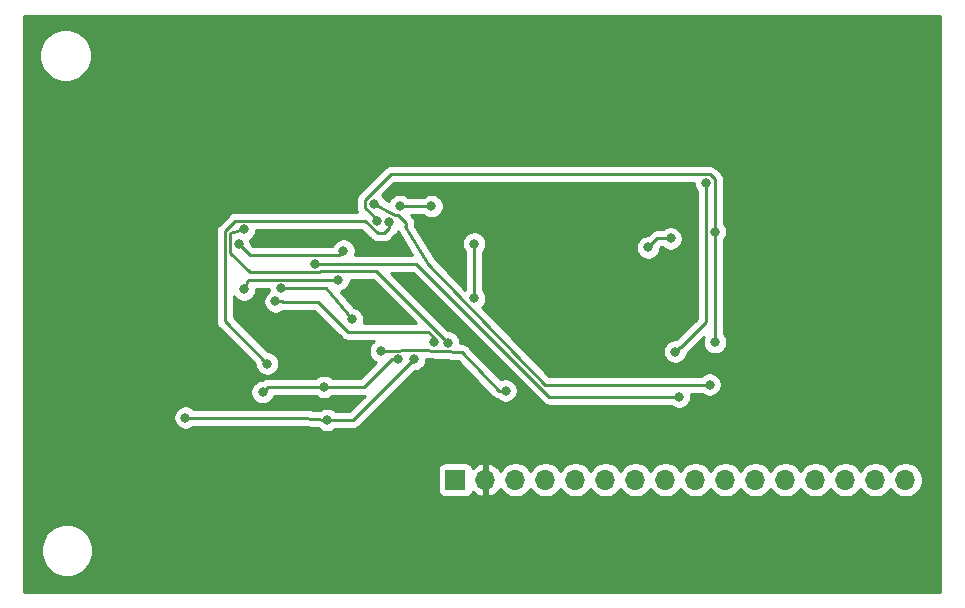
<source format=gbr>
G04 #@! TF.GenerationSoftware,KiCad,Pcbnew,(5.1.5)-3*
G04 #@! TF.CreationDate,2020-05-02T01:09:43+02:00*
G04 #@! TF.ProjectId,inkplateclone,696e6b70-6c61-4746-9563-6c6f6e652e6b,rev?*
G04 #@! TF.SameCoordinates,Original*
G04 #@! TF.FileFunction,Copper,L2,Bot*
G04 #@! TF.FilePolarity,Positive*
%FSLAX46Y46*%
G04 Gerber Fmt 4.6, Leading zero omitted, Abs format (unit mm)*
G04 Created by KiCad (PCBNEW (5.1.5)-3) date 2020-05-02 01:09:43*
%MOMM*%
%LPD*%
G04 APERTURE LIST*
%ADD10O,1.700000X1.700000*%
%ADD11R,1.700000X1.700000*%
%ADD12C,0.800000*%
%ADD13C,0.250000*%
%ADD14C,0.254000*%
G04 APERTURE END LIST*
D10*
X132334000Y-105346500D03*
X129794000Y-105346500D03*
X127254000Y-105346500D03*
X124714000Y-105346500D03*
X122174000Y-105346500D03*
X119634000Y-105346500D03*
X117094000Y-105346500D03*
X114554000Y-105346500D03*
X112014000Y-105346500D03*
X109474000Y-105346500D03*
X106934000Y-105346500D03*
X104394000Y-105346500D03*
X101854000Y-105346500D03*
X99314000Y-105346500D03*
X96774000Y-105346500D03*
D11*
X94234000Y-105346500D03*
D12*
X98679000Y-87122000D03*
X84836000Y-94678500D03*
X85725000Y-89916000D03*
X114363500Y-80835500D03*
X105092500Y-81407000D03*
X78676500Y-84709000D03*
X86106000Y-104140000D03*
X88201500Y-100965000D03*
X100393500Y-100901500D03*
X67500500Y-97282000D03*
X85661500Y-73088500D03*
X98107500Y-73342500D03*
X97663000Y-82486500D03*
X95694500Y-82105500D03*
X107315000Y-90170000D03*
X119189500Y-86804500D03*
X76136500Y-68707000D03*
X98234500Y-108204000D03*
X95631000Y-108204000D03*
X82359500Y-87060152D03*
X113157000Y-98298000D03*
X98488500Y-97790000D03*
X87911097Y-94451597D03*
X115760500Y-97282000D03*
X87312500Y-81978500D03*
X89535000Y-82169000D03*
X92202000Y-82169000D03*
X95821500Y-89979500D03*
X95821500Y-85344000D03*
X112458500Y-84899500D03*
X110553500Y-85661500D03*
X116205000Y-84328000D03*
X116205000Y-93681000D03*
X87630000Y-83439000D03*
X88632574Y-83501468D03*
X78295500Y-95504000D03*
X93599000Y-93726000D03*
X76327000Y-84137500D03*
X78994000Y-90233500D03*
X92386881Y-93675313D03*
X71374000Y-100076000D03*
X83375500Y-100266500D03*
X90747927Y-95096855D03*
X77914500Y-97917000D03*
X83121500Y-97472500D03*
X89408328Y-95134647D03*
X79502000Y-89117000D03*
X85471000Y-91757500D03*
X84328000Y-88392000D03*
X76327000Y-89217500D03*
X84752847Y-85935153D03*
X75882500Y-85407500D03*
X115443000Y-80200500D03*
X112839500Y-94488000D03*
D13*
X82359500Y-87060152D02*
X90933652Y-87060152D01*
X90933652Y-87060152D02*
X102171500Y-98298000D01*
X102171500Y-98298000D02*
X113157000Y-98298000D01*
X91122500Y-94361000D02*
X87911097Y-94451597D01*
X94805500Y-94551500D02*
X91122500Y-94361000D01*
X98488500Y-97790000D02*
X97922815Y-97790000D01*
X97922815Y-97790000D02*
X94805500Y-94551500D01*
X101791910Y-97282000D02*
X115760500Y-97282000D01*
X91884500Y-87058500D02*
X101791910Y-97282000D01*
X90074750Y-84042250D02*
X91884500Y-87058500D01*
X89979500Y-83883500D02*
X90074750Y-84042250D01*
X90074750Y-83597750D02*
X90074750Y-84042250D01*
X89408000Y-82931000D02*
X90074750Y-83597750D01*
X89090500Y-82931000D02*
X89408000Y-82931000D01*
X87312500Y-81978500D02*
X88963500Y-82804000D01*
X88963500Y-82804000D02*
X89090500Y-82931000D01*
X89535000Y-82169000D02*
X92202000Y-82169000D01*
X95821500Y-89154000D02*
X95821500Y-89979500D01*
X95821500Y-85344000D02*
X95821500Y-89154000D01*
X112458500Y-84899500D02*
X111315500Y-84899500D01*
X111315500Y-84899500D02*
X110553500Y-85661500D01*
X116205000Y-84328000D02*
X116205000Y-93681000D01*
X116205000Y-83762315D02*
X116205000Y-84328000D01*
X116205000Y-79889498D02*
X116205000Y-83762315D01*
X115791001Y-79475499D02*
X116205000Y-79889498D01*
X88742499Y-79475499D02*
X115791001Y-79475499D01*
X87558416Y-83297418D02*
X86587499Y-82326501D01*
X87630000Y-83439000D02*
X87558416Y-83297418D01*
X86587499Y-82326501D02*
X86587499Y-81630499D01*
X86587499Y-81630499D02*
X88742499Y-79475499D01*
X75590091Y-83412499D02*
X74707489Y-84295101D01*
X74707489Y-91915989D02*
X78295500Y-95504000D01*
X88632574Y-84067153D02*
X88214226Y-84485501D01*
X74707489Y-84295101D02*
X74707489Y-91915989D01*
X88632574Y-83501468D02*
X88632574Y-84067153D01*
X88214226Y-84485501D02*
X87648541Y-84485501D01*
X87648541Y-84485501D02*
X86575539Y-83412499D01*
X86575539Y-83412499D02*
X75590091Y-83412499D01*
X82825655Y-87666999D02*
X87539999Y-87666999D01*
X76799653Y-87785153D02*
X82707501Y-87785153D01*
X82707501Y-87785153D02*
X82825655Y-87666999D01*
X76327000Y-84137500D02*
X75157499Y-84481501D01*
X75157499Y-84481501D02*
X75157499Y-86142999D01*
X87539999Y-87666999D02*
X93599000Y-93726000D01*
X75157499Y-86142999D02*
X76799653Y-87785153D01*
X79559685Y-90233500D02*
X79623185Y-90297000D01*
X78994000Y-90233500D02*
X79559685Y-90233500D01*
X79623185Y-90297000D02*
X82613500Y-90297000D01*
X82613500Y-90297000D02*
X85153500Y-92837000D01*
X85153500Y-92837000D02*
X91948000Y-92837000D01*
X91948000Y-92837000D02*
X92386881Y-93275881D01*
X92386881Y-93275881D02*
X92386881Y-93675313D01*
X81230719Y-100076000D02*
X71374000Y-100076000D01*
X83375500Y-100266500D02*
X81230719Y-100076000D01*
X85578282Y-100266500D02*
X83375500Y-100266500D01*
X90747927Y-95096855D02*
X85578282Y-100266500D01*
X77914500Y-97917000D02*
X78359000Y-97472500D01*
X78359000Y-97472500D02*
X83121500Y-97472500D01*
X83687185Y-97472500D02*
X83121500Y-97472500D01*
X86504790Y-97472500D02*
X83687185Y-97472500D01*
X88842643Y-95134647D02*
X86504790Y-97472500D01*
X89408328Y-95134647D02*
X88842643Y-95134647D01*
X83275000Y-89117000D02*
X79502000Y-89117000D01*
X85471000Y-91757500D02*
X83275000Y-89117000D01*
X76708000Y-88392000D02*
X84328000Y-88392000D01*
X76327000Y-89217500D02*
X76708000Y-88392000D01*
X84352848Y-86335152D02*
X76810152Y-86335152D01*
X84752847Y-85935153D02*
X84352848Y-86335152D01*
X76810152Y-86335152D02*
X75882500Y-85407500D01*
X115443000Y-80200500D02*
X115443000Y-92011500D01*
X113366499Y-94088001D02*
X115443000Y-92011500D01*
X113239499Y-94088001D02*
X113366499Y-94088001D01*
X112839500Y-94488000D02*
X113239499Y-94088001D01*
D14*
G36*
X135293501Y-114846500D02*
G01*
X57746500Y-114846500D01*
X57746500Y-111095372D01*
X59106000Y-111095372D01*
X59106000Y-111535628D01*
X59191890Y-111967425D01*
X59360369Y-112374169D01*
X59604962Y-112740229D01*
X59916271Y-113051538D01*
X60282331Y-113296131D01*
X60689075Y-113464610D01*
X61120872Y-113550500D01*
X61561128Y-113550500D01*
X61992925Y-113464610D01*
X62399669Y-113296131D01*
X62765729Y-113051538D01*
X63077038Y-112740229D01*
X63321631Y-112374169D01*
X63490110Y-111967425D01*
X63576000Y-111535628D01*
X63576000Y-111095372D01*
X63490110Y-110663575D01*
X63321631Y-110256831D01*
X63077038Y-109890771D01*
X62765729Y-109579462D01*
X62399669Y-109334869D01*
X61992925Y-109166390D01*
X61561128Y-109080500D01*
X61120872Y-109080500D01*
X60689075Y-109166390D01*
X60282331Y-109334869D01*
X59916271Y-109579462D01*
X59604962Y-109890771D01*
X59360369Y-110256831D01*
X59191890Y-110663575D01*
X59106000Y-111095372D01*
X57746500Y-111095372D01*
X57746500Y-104496500D01*
X92745928Y-104496500D01*
X92745928Y-106196500D01*
X92758188Y-106320982D01*
X92794498Y-106440680D01*
X92853463Y-106550994D01*
X92932815Y-106647685D01*
X93029506Y-106727037D01*
X93139820Y-106786002D01*
X93259518Y-106822312D01*
X93384000Y-106834572D01*
X95084000Y-106834572D01*
X95208482Y-106822312D01*
X95328180Y-106786002D01*
X95438494Y-106727037D01*
X95535185Y-106647685D01*
X95614537Y-106550994D01*
X95673502Y-106440680D01*
X95697966Y-106360034D01*
X95773731Y-106444088D01*
X96007080Y-106618141D01*
X96269901Y-106743325D01*
X96417110Y-106787976D01*
X96647000Y-106666655D01*
X96647000Y-105473500D01*
X96627000Y-105473500D01*
X96627000Y-105219500D01*
X96647000Y-105219500D01*
X96647000Y-104026345D01*
X96901000Y-104026345D01*
X96901000Y-105219500D01*
X96921000Y-105219500D01*
X96921000Y-105473500D01*
X96901000Y-105473500D01*
X96901000Y-106666655D01*
X97130890Y-106787976D01*
X97278099Y-106743325D01*
X97540920Y-106618141D01*
X97774269Y-106444088D01*
X97969178Y-106227855D01*
X98038805Y-106110966D01*
X98160525Y-106293132D01*
X98367368Y-106499975D01*
X98610589Y-106662490D01*
X98880842Y-106774432D01*
X99167740Y-106831500D01*
X99460260Y-106831500D01*
X99747158Y-106774432D01*
X100017411Y-106662490D01*
X100260632Y-106499975D01*
X100467475Y-106293132D01*
X100584000Y-106118740D01*
X100700525Y-106293132D01*
X100907368Y-106499975D01*
X101150589Y-106662490D01*
X101420842Y-106774432D01*
X101707740Y-106831500D01*
X102000260Y-106831500D01*
X102287158Y-106774432D01*
X102557411Y-106662490D01*
X102800632Y-106499975D01*
X103007475Y-106293132D01*
X103124000Y-106118740D01*
X103240525Y-106293132D01*
X103447368Y-106499975D01*
X103690589Y-106662490D01*
X103960842Y-106774432D01*
X104247740Y-106831500D01*
X104540260Y-106831500D01*
X104827158Y-106774432D01*
X105097411Y-106662490D01*
X105340632Y-106499975D01*
X105547475Y-106293132D01*
X105664000Y-106118740D01*
X105780525Y-106293132D01*
X105987368Y-106499975D01*
X106230589Y-106662490D01*
X106500842Y-106774432D01*
X106787740Y-106831500D01*
X107080260Y-106831500D01*
X107367158Y-106774432D01*
X107637411Y-106662490D01*
X107880632Y-106499975D01*
X108087475Y-106293132D01*
X108204000Y-106118740D01*
X108320525Y-106293132D01*
X108527368Y-106499975D01*
X108770589Y-106662490D01*
X109040842Y-106774432D01*
X109327740Y-106831500D01*
X109620260Y-106831500D01*
X109907158Y-106774432D01*
X110177411Y-106662490D01*
X110420632Y-106499975D01*
X110627475Y-106293132D01*
X110744000Y-106118740D01*
X110860525Y-106293132D01*
X111067368Y-106499975D01*
X111310589Y-106662490D01*
X111580842Y-106774432D01*
X111867740Y-106831500D01*
X112160260Y-106831500D01*
X112447158Y-106774432D01*
X112717411Y-106662490D01*
X112960632Y-106499975D01*
X113167475Y-106293132D01*
X113284000Y-106118740D01*
X113400525Y-106293132D01*
X113607368Y-106499975D01*
X113850589Y-106662490D01*
X114120842Y-106774432D01*
X114407740Y-106831500D01*
X114700260Y-106831500D01*
X114987158Y-106774432D01*
X115257411Y-106662490D01*
X115500632Y-106499975D01*
X115707475Y-106293132D01*
X115824000Y-106118740D01*
X115940525Y-106293132D01*
X116147368Y-106499975D01*
X116390589Y-106662490D01*
X116660842Y-106774432D01*
X116947740Y-106831500D01*
X117240260Y-106831500D01*
X117527158Y-106774432D01*
X117797411Y-106662490D01*
X118040632Y-106499975D01*
X118247475Y-106293132D01*
X118364000Y-106118740D01*
X118480525Y-106293132D01*
X118687368Y-106499975D01*
X118930589Y-106662490D01*
X119200842Y-106774432D01*
X119487740Y-106831500D01*
X119780260Y-106831500D01*
X120067158Y-106774432D01*
X120337411Y-106662490D01*
X120580632Y-106499975D01*
X120787475Y-106293132D01*
X120904000Y-106118740D01*
X121020525Y-106293132D01*
X121227368Y-106499975D01*
X121470589Y-106662490D01*
X121740842Y-106774432D01*
X122027740Y-106831500D01*
X122320260Y-106831500D01*
X122607158Y-106774432D01*
X122877411Y-106662490D01*
X123120632Y-106499975D01*
X123327475Y-106293132D01*
X123444000Y-106118740D01*
X123560525Y-106293132D01*
X123767368Y-106499975D01*
X124010589Y-106662490D01*
X124280842Y-106774432D01*
X124567740Y-106831500D01*
X124860260Y-106831500D01*
X125147158Y-106774432D01*
X125417411Y-106662490D01*
X125660632Y-106499975D01*
X125867475Y-106293132D01*
X125984000Y-106118740D01*
X126100525Y-106293132D01*
X126307368Y-106499975D01*
X126550589Y-106662490D01*
X126820842Y-106774432D01*
X127107740Y-106831500D01*
X127400260Y-106831500D01*
X127687158Y-106774432D01*
X127957411Y-106662490D01*
X128200632Y-106499975D01*
X128407475Y-106293132D01*
X128524000Y-106118740D01*
X128640525Y-106293132D01*
X128847368Y-106499975D01*
X129090589Y-106662490D01*
X129360842Y-106774432D01*
X129647740Y-106831500D01*
X129940260Y-106831500D01*
X130227158Y-106774432D01*
X130497411Y-106662490D01*
X130740632Y-106499975D01*
X130947475Y-106293132D01*
X131064000Y-106118740D01*
X131180525Y-106293132D01*
X131387368Y-106499975D01*
X131630589Y-106662490D01*
X131900842Y-106774432D01*
X132187740Y-106831500D01*
X132480260Y-106831500D01*
X132767158Y-106774432D01*
X133037411Y-106662490D01*
X133280632Y-106499975D01*
X133487475Y-106293132D01*
X133649990Y-106049911D01*
X133761932Y-105779658D01*
X133819000Y-105492760D01*
X133819000Y-105200240D01*
X133761932Y-104913342D01*
X133649990Y-104643089D01*
X133487475Y-104399868D01*
X133280632Y-104193025D01*
X133037411Y-104030510D01*
X132767158Y-103918568D01*
X132480260Y-103861500D01*
X132187740Y-103861500D01*
X131900842Y-103918568D01*
X131630589Y-104030510D01*
X131387368Y-104193025D01*
X131180525Y-104399868D01*
X131064000Y-104574260D01*
X130947475Y-104399868D01*
X130740632Y-104193025D01*
X130497411Y-104030510D01*
X130227158Y-103918568D01*
X129940260Y-103861500D01*
X129647740Y-103861500D01*
X129360842Y-103918568D01*
X129090589Y-104030510D01*
X128847368Y-104193025D01*
X128640525Y-104399868D01*
X128524000Y-104574260D01*
X128407475Y-104399868D01*
X128200632Y-104193025D01*
X127957411Y-104030510D01*
X127687158Y-103918568D01*
X127400260Y-103861500D01*
X127107740Y-103861500D01*
X126820842Y-103918568D01*
X126550589Y-104030510D01*
X126307368Y-104193025D01*
X126100525Y-104399868D01*
X125984000Y-104574260D01*
X125867475Y-104399868D01*
X125660632Y-104193025D01*
X125417411Y-104030510D01*
X125147158Y-103918568D01*
X124860260Y-103861500D01*
X124567740Y-103861500D01*
X124280842Y-103918568D01*
X124010589Y-104030510D01*
X123767368Y-104193025D01*
X123560525Y-104399868D01*
X123444000Y-104574260D01*
X123327475Y-104399868D01*
X123120632Y-104193025D01*
X122877411Y-104030510D01*
X122607158Y-103918568D01*
X122320260Y-103861500D01*
X122027740Y-103861500D01*
X121740842Y-103918568D01*
X121470589Y-104030510D01*
X121227368Y-104193025D01*
X121020525Y-104399868D01*
X120904000Y-104574260D01*
X120787475Y-104399868D01*
X120580632Y-104193025D01*
X120337411Y-104030510D01*
X120067158Y-103918568D01*
X119780260Y-103861500D01*
X119487740Y-103861500D01*
X119200842Y-103918568D01*
X118930589Y-104030510D01*
X118687368Y-104193025D01*
X118480525Y-104399868D01*
X118364000Y-104574260D01*
X118247475Y-104399868D01*
X118040632Y-104193025D01*
X117797411Y-104030510D01*
X117527158Y-103918568D01*
X117240260Y-103861500D01*
X116947740Y-103861500D01*
X116660842Y-103918568D01*
X116390589Y-104030510D01*
X116147368Y-104193025D01*
X115940525Y-104399868D01*
X115824000Y-104574260D01*
X115707475Y-104399868D01*
X115500632Y-104193025D01*
X115257411Y-104030510D01*
X114987158Y-103918568D01*
X114700260Y-103861500D01*
X114407740Y-103861500D01*
X114120842Y-103918568D01*
X113850589Y-104030510D01*
X113607368Y-104193025D01*
X113400525Y-104399868D01*
X113284000Y-104574260D01*
X113167475Y-104399868D01*
X112960632Y-104193025D01*
X112717411Y-104030510D01*
X112447158Y-103918568D01*
X112160260Y-103861500D01*
X111867740Y-103861500D01*
X111580842Y-103918568D01*
X111310589Y-104030510D01*
X111067368Y-104193025D01*
X110860525Y-104399868D01*
X110744000Y-104574260D01*
X110627475Y-104399868D01*
X110420632Y-104193025D01*
X110177411Y-104030510D01*
X109907158Y-103918568D01*
X109620260Y-103861500D01*
X109327740Y-103861500D01*
X109040842Y-103918568D01*
X108770589Y-104030510D01*
X108527368Y-104193025D01*
X108320525Y-104399868D01*
X108204000Y-104574260D01*
X108087475Y-104399868D01*
X107880632Y-104193025D01*
X107637411Y-104030510D01*
X107367158Y-103918568D01*
X107080260Y-103861500D01*
X106787740Y-103861500D01*
X106500842Y-103918568D01*
X106230589Y-104030510D01*
X105987368Y-104193025D01*
X105780525Y-104399868D01*
X105664000Y-104574260D01*
X105547475Y-104399868D01*
X105340632Y-104193025D01*
X105097411Y-104030510D01*
X104827158Y-103918568D01*
X104540260Y-103861500D01*
X104247740Y-103861500D01*
X103960842Y-103918568D01*
X103690589Y-104030510D01*
X103447368Y-104193025D01*
X103240525Y-104399868D01*
X103124000Y-104574260D01*
X103007475Y-104399868D01*
X102800632Y-104193025D01*
X102557411Y-104030510D01*
X102287158Y-103918568D01*
X102000260Y-103861500D01*
X101707740Y-103861500D01*
X101420842Y-103918568D01*
X101150589Y-104030510D01*
X100907368Y-104193025D01*
X100700525Y-104399868D01*
X100584000Y-104574260D01*
X100467475Y-104399868D01*
X100260632Y-104193025D01*
X100017411Y-104030510D01*
X99747158Y-103918568D01*
X99460260Y-103861500D01*
X99167740Y-103861500D01*
X98880842Y-103918568D01*
X98610589Y-104030510D01*
X98367368Y-104193025D01*
X98160525Y-104399868D01*
X98038805Y-104582034D01*
X97969178Y-104465145D01*
X97774269Y-104248912D01*
X97540920Y-104074859D01*
X97278099Y-103949675D01*
X97130890Y-103905024D01*
X96901000Y-104026345D01*
X96647000Y-104026345D01*
X96417110Y-103905024D01*
X96269901Y-103949675D01*
X96007080Y-104074859D01*
X95773731Y-104248912D01*
X95697966Y-104332966D01*
X95673502Y-104252320D01*
X95614537Y-104142006D01*
X95535185Y-104045315D01*
X95438494Y-103965963D01*
X95328180Y-103906998D01*
X95208482Y-103870688D01*
X95084000Y-103858428D01*
X93384000Y-103858428D01*
X93259518Y-103870688D01*
X93139820Y-103906998D01*
X93029506Y-103965963D01*
X92932815Y-104045315D01*
X92853463Y-104142006D01*
X92794498Y-104252320D01*
X92758188Y-104372018D01*
X92745928Y-104496500D01*
X57746500Y-104496500D01*
X57746500Y-99974061D01*
X70339000Y-99974061D01*
X70339000Y-100177939D01*
X70378774Y-100377898D01*
X70456795Y-100566256D01*
X70570063Y-100735774D01*
X70714226Y-100879937D01*
X70883744Y-100993205D01*
X71072102Y-101071226D01*
X71272061Y-101111000D01*
X71475939Y-101111000D01*
X71675898Y-101071226D01*
X71864256Y-100993205D01*
X72033774Y-100879937D01*
X72077711Y-100836000D01*
X81197044Y-100836000D01*
X82606475Y-100961186D01*
X82715726Y-101070437D01*
X82885244Y-101183705D01*
X83073602Y-101261726D01*
X83273561Y-101301500D01*
X83477439Y-101301500D01*
X83677398Y-101261726D01*
X83865756Y-101183705D01*
X84035274Y-101070437D01*
X84079211Y-101026500D01*
X85540960Y-101026500D01*
X85578282Y-101030176D01*
X85615604Y-101026500D01*
X85615615Y-101026500D01*
X85727268Y-101015503D01*
X85870529Y-100972046D01*
X86002558Y-100901474D01*
X86118283Y-100806501D01*
X86142086Y-100777497D01*
X90787729Y-96131855D01*
X90849866Y-96131855D01*
X91049825Y-96092081D01*
X91238183Y-96014060D01*
X91407701Y-95900792D01*
X91551864Y-95756629D01*
X91665132Y-95587111D01*
X91743153Y-95398753D01*
X91782927Y-95198794D01*
X91782927Y-95156175D01*
X94466265Y-95294969D01*
X97354411Y-98295391D01*
X97382814Y-98330001D01*
X97435082Y-98372896D01*
X97486511Y-98416770D01*
X97492889Y-98420337D01*
X97498539Y-98424974D01*
X97558178Y-98456852D01*
X97617171Y-98489846D01*
X97624120Y-98492099D01*
X97630568Y-98495546D01*
X97695296Y-98515181D01*
X97759577Y-98536026D01*
X97766832Y-98536881D01*
X97773776Y-98538987D01*
X97828726Y-98593937D01*
X97998244Y-98707205D01*
X98186602Y-98785226D01*
X98386561Y-98825000D01*
X98590439Y-98825000D01*
X98790398Y-98785226D01*
X98978756Y-98707205D01*
X99148274Y-98593937D01*
X99292437Y-98449774D01*
X99405705Y-98280256D01*
X99483726Y-98091898D01*
X99523500Y-97891939D01*
X99523500Y-97688061D01*
X99483726Y-97488102D01*
X99405705Y-97299744D01*
X99292437Y-97130226D01*
X99148274Y-96986063D01*
X98978756Y-96872795D01*
X98790398Y-96794774D01*
X98590439Y-96755000D01*
X98386561Y-96755000D01*
X98186602Y-96794774D01*
X98067287Y-96844196D01*
X95387560Y-94060296D01*
X95372673Y-94040114D01*
X95335769Y-94006491D01*
X95327157Y-93997545D01*
X95308175Y-93981352D01*
X95262008Y-93939290D01*
X95251309Y-93932839D01*
X95241803Y-93924730D01*
X95187300Y-93894247D01*
X95133801Y-93861992D01*
X95122045Y-93857751D01*
X95111143Y-93851654D01*
X95051739Y-93832390D01*
X94992976Y-93811193D01*
X94980620Y-93809328D01*
X94968737Y-93805474D01*
X94906709Y-93798169D01*
X94882040Y-93794444D01*
X94869640Y-93793803D01*
X94820058Y-93787963D01*
X94795058Y-93789945D01*
X94634000Y-93781614D01*
X94634000Y-93624061D01*
X94594226Y-93424102D01*
X94516205Y-93235744D01*
X94402937Y-93066226D01*
X94258774Y-92922063D01*
X94089256Y-92808795D01*
X93900898Y-92730774D01*
X93700939Y-92691000D01*
X93638803Y-92691000D01*
X88767953Y-87820152D01*
X90618851Y-87820152D01*
X101607701Y-98809003D01*
X101631499Y-98838001D01*
X101660497Y-98861799D01*
X101747223Y-98932974D01*
X101879253Y-99003546D01*
X102022514Y-99047003D01*
X102134167Y-99058000D01*
X102134176Y-99058000D01*
X102171499Y-99061676D01*
X102208822Y-99058000D01*
X112453289Y-99058000D01*
X112497226Y-99101937D01*
X112666744Y-99215205D01*
X112855102Y-99293226D01*
X113055061Y-99333000D01*
X113258939Y-99333000D01*
X113458898Y-99293226D01*
X113647256Y-99215205D01*
X113816774Y-99101937D01*
X113960937Y-98957774D01*
X114074205Y-98788256D01*
X114152226Y-98599898D01*
X114192000Y-98399939D01*
X114192000Y-98196061D01*
X114161356Y-98042000D01*
X115056789Y-98042000D01*
X115100726Y-98085937D01*
X115270244Y-98199205D01*
X115458602Y-98277226D01*
X115658561Y-98317000D01*
X115862439Y-98317000D01*
X116062398Y-98277226D01*
X116250756Y-98199205D01*
X116420274Y-98085937D01*
X116564437Y-97941774D01*
X116677705Y-97772256D01*
X116755726Y-97583898D01*
X116795500Y-97383939D01*
X116795500Y-97180061D01*
X116755726Y-96980102D01*
X116677705Y-96791744D01*
X116564437Y-96622226D01*
X116420274Y-96478063D01*
X116250756Y-96364795D01*
X116062398Y-96286774D01*
X115862439Y-96247000D01*
X115658561Y-96247000D01*
X115458602Y-96286774D01*
X115270244Y-96364795D01*
X115100726Y-96478063D01*
X115056789Y-96522000D01*
X102113724Y-96522000D01*
X96517490Y-90747221D01*
X96625437Y-90639274D01*
X96738705Y-90469756D01*
X96816726Y-90281398D01*
X96856500Y-90081439D01*
X96856500Y-89877561D01*
X96816726Y-89677602D01*
X96738705Y-89489244D01*
X96625437Y-89319726D01*
X96581500Y-89275789D01*
X96581500Y-86047711D01*
X96625437Y-86003774D01*
X96738705Y-85834256D01*
X96816726Y-85645898D01*
X96833899Y-85559561D01*
X109518500Y-85559561D01*
X109518500Y-85763439D01*
X109558274Y-85963398D01*
X109636295Y-86151756D01*
X109749563Y-86321274D01*
X109893726Y-86465437D01*
X110063244Y-86578705D01*
X110251602Y-86656726D01*
X110451561Y-86696500D01*
X110655439Y-86696500D01*
X110855398Y-86656726D01*
X111043756Y-86578705D01*
X111213274Y-86465437D01*
X111357437Y-86321274D01*
X111470705Y-86151756D01*
X111548726Y-85963398D01*
X111588500Y-85763439D01*
X111588500Y-85701302D01*
X111630302Y-85659500D01*
X111754789Y-85659500D01*
X111798726Y-85703437D01*
X111968244Y-85816705D01*
X112156602Y-85894726D01*
X112356561Y-85934500D01*
X112560439Y-85934500D01*
X112760398Y-85894726D01*
X112948756Y-85816705D01*
X113118274Y-85703437D01*
X113262437Y-85559274D01*
X113375705Y-85389756D01*
X113453726Y-85201398D01*
X113493500Y-85001439D01*
X113493500Y-84797561D01*
X113453726Y-84597602D01*
X113375705Y-84409244D01*
X113262437Y-84239726D01*
X113118274Y-84095563D01*
X112948756Y-83982295D01*
X112760398Y-83904274D01*
X112560439Y-83864500D01*
X112356561Y-83864500D01*
X112156602Y-83904274D01*
X111968244Y-83982295D01*
X111798726Y-84095563D01*
X111754789Y-84139500D01*
X111352825Y-84139500D01*
X111315500Y-84135824D01*
X111278175Y-84139500D01*
X111278167Y-84139500D01*
X111166514Y-84150497D01*
X111023253Y-84193954D01*
X110891224Y-84264526D01*
X110775499Y-84359499D01*
X110751701Y-84388498D01*
X110513698Y-84626500D01*
X110451561Y-84626500D01*
X110251602Y-84666274D01*
X110063244Y-84744295D01*
X109893726Y-84857563D01*
X109749563Y-85001726D01*
X109636295Y-85171244D01*
X109558274Y-85359602D01*
X109518500Y-85559561D01*
X96833899Y-85559561D01*
X96856500Y-85445939D01*
X96856500Y-85242061D01*
X96816726Y-85042102D01*
X96738705Y-84853744D01*
X96625437Y-84684226D01*
X96481274Y-84540063D01*
X96311756Y-84426795D01*
X96123398Y-84348774D01*
X95923439Y-84309000D01*
X95719561Y-84309000D01*
X95519602Y-84348774D01*
X95331244Y-84426795D01*
X95161726Y-84540063D01*
X95017563Y-84684226D01*
X94904295Y-84853744D01*
X94826274Y-85042102D01*
X94786500Y-85242061D01*
X94786500Y-85445939D01*
X94826274Y-85645898D01*
X94904295Y-85834256D01*
X95017563Y-86003774D01*
X95061500Y-86047711D01*
X95061501Y-89116658D01*
X95061500Y-89116668D01*
X95061500Y-89244779D01*
X92491172Y-86592446D01*
X90834750Y-83831744D01*
X90834750Y-83635073D01*
X90838426Y-83597750D01*
X90834750Y-83560427D01*
X90834750Y-83560417D01*
X90823753Y-83448764D01*
X90780296Y-83305503D01*
X90742078Y-83234003D01*
X90709724Y-83173473D01*
X90638549Y-83086747D01*
X90614751Y-83057749D01*
X90585754Y-83033952D01*
X90480802Y-82929000D01*
X91498289Y-82929000D01*
X91542226Y-82972937D01*
X91711744Y-83086205D01*
X91900102Y-83164226D01*
X92100061Y-83204000D01*
X92303939Y-83204000D01*
X92503898Y-83164226D01*
X92692256Y-83086205D01*
X92861774Y-82972937D01*
X93005937Y-82828774D01*
X93119205Y-82659256D01*
X93197226Y-82470898D01*
X93237000Y-82270939D01*
X93237000Y-82067061D01*
X93197226Y-81867102D01*
X93119205Y-81678744D01*
X93005937Y-81509226D01*
X92861774Y-81365063D01*
X92692256Y-81251795D01*
X92503898Y-81173774D01*
X92303939Y-81134000D01*
X92100061Y-81134000D01*
X91900102Y-81173774D01*
X91711744Y-81251795D01*
X91542226Y-81365063D01*
X91498289Y-81409000D01*
X90238711Y-81409000D01*
X90194774Y-81365063D01*
X90025256Y-81251795D01*
X89836898Y-81173774D01*
X89636939Y-81134000D01*
X89433061Y-81134000D01*
X89233102Y-81173774D01*
X89044744Y-81251795D01*
X88875226Y-81365063D01*
X88731063Y-81509226D01*
X88617795Y-81678744D01*
X88582554Y-81763822D01*
X88281504Y-81613297D01*
X88229705Y-81488244D01*
X88116437Y-81318726D01*
X88045255Y-81247544D01*
X89057301Y-80235499D01*
X114408000Y-80235499D01*
X114408000Y-80302439D01*
X114447774Y-80502398D01*
X114525795Y-80690756D01*
X114639063Y-80860274D01*
X114683000Y-80904211D01*
X114683001Y-91696697D01*
X113019012Y-93360687D01*
X112947252Y-93382455D01*
X112815274Y-93453000D01*
X112737561Y-93453000D01*
X112537602Y-93492774D01*
X112349244Y-93570795D01*
X112179726Y-93684063D01*
X112035563Y-93828226D01*
X111922295Y-93997744D01*
X111844274Y-94186102D01*
X111804500Y-94386061D01*
X111804500Y-94589939D01*
X111844274Y-94789898D01*
X111922295Y-94978256D01*
X112035563Y-95147774D01*
X112179726Y-95291937D01*
X112349244Y-95405205D01*
X112537602Y-95483226D01*
X112737561Y-95523000D01*
X112941439Y-95523000D01*
X113141398Y-95483226D01*
X113329756Y-95405205D01*
X113499274Y-95291937D01*
X113643437Y-95147774D01*
X113756705Y-94978256D01*
X113834726Y-94789898D01*
X113859209Y-94666813D01*
X113906500Y-94628002D01*
X113930303Y-94598998D01*
X115251900Y-93277402D01*
X115209774Y-93379102D01*
X115170000Y-93579061D01*
X115170000Y-93782939D01*
X115209774Y-93982898D01*
X115287795Y-94171256D01*
X115401063Y-94340774D01*
X115545226Y-94484937D01*
X115714744Y-94598205D01*
X115903102Y-94676226D01*
X116103061Y-94716000D01*
X116306939Y-94716000D01*
X116506898Y-94676226D01*
X116695256Y-94598205D01*
X116864774Y-94484937D01*
X117008937Y-94340774D01*
X117122205Y-94171256D01*
X117200226Y-93982898D01*
X117240000Y-93782939D01*
X117240000Y-93579061D01*
X117200226Y-93379102D01*
X117122205Y-93190744D01*
X117008937Y-93021226D01*
X116965000Y-92977289D01*
X116965000Y-85031711D01*
X117008937Y-84987774D01*
X117122205Y-84818256D01*
X117200226Y-84629898D01*
X117240000Y-84429939D01*
X117240000Y-84226061D01*
X117200226Y-84026102D01*
X117122205Y-83837744D01*
X117008937Y-83668226D01*
X116965000Y-83624289D01*
X116965000Y-79926820D01*
X116968676Y-79889497D01*
X116965000Y-79852175D01*
X116965000Y-79852165D01*
X116954003Y-79740512D01*
X116910546Y-79597251D01*
X116839974Y-79465222D01*
X116745001Y-79349497D01*
X116715998Y-79325695D01*
X116354805Y-78964502D01*
X116331002Y-78935498D01*
X116215277Y-78840525D01*
X116083248Y-78769953D01*
X115939987Y-78726496D01*
X115828334Y-78715499D01*
X115828323Y-78715499D01*
X115791001Y-78711823D01*
X115753679Y-78715499D01*
X88779821Y-78715499D01*
X88742498Y-78711823D01*
X88705175Y-78715499D01*
X88705166Y-78715499D01*
X88593513Y-78726496D01*
X88450252Y-78769953D01*
X88318223Y-78840525D01*
X88202498Y-78935498D01*
X88178700Y-78964496D01*
X86076497Y-81066700D01*
X86047499Y-81090498D01*
X86023701Y-81119496D01*
X86023700Y-81119497D01*
X85952525Y-81206223D01*
X85881953Y-81338253D01*
X85873821Y-81365063D01*
X85838496Y-81481513D01*
X85827499Y-81593166D01*
X85827499Y-81593177D01*
X85823823Y-81630499D01*
X85827499Y-81667821D01*
X85827499Y-82289179D01*
X85823823Y-82326501D01*
X85827499Y-82363823D01*
X85827499Y-82363833D01*
X85838496Y-82475486D01*
X85871493Y-82584263D01*
X85881953Y-82618747D01*
X85899994Y-82652499D01*
X75627416Y-82652499D01*
X75590091Y-82648823D01*
X75552766Y-82652499D01*
X75552758Y-82652499D01*
X75441105Y-82663496D01*
X75297844Y-82706953D01*
X75165815Y-82777525D01*
X75050090Y-82872498D01*
X75026292Y-82901496D01*
X74196491Y-83731298D01*
X74167488Y-83755100D01*
X74126552Y-83804981D01*
X74072515Y-83870825D01*
X74017100Y-83974498D01*
X74001943Y-84002855D01*
X73958486Y-84146116D01*
X73947489Y-84257769D01*
X73947489Y-84257779D01*
X73943813Y-84295101D01*
X73947489Y-84332423D01*
X73947490Y-91878657D01*
X73943813Y-91915989D01*
X73958487Y-92064974D01*
X74001943Y-92208235D01*
X74072515Y-92340265D01*
X74143690Y-92426991D01*
X74167489Y-92455990D01*
X74196487Y-92479788D01*
X77260500Y-95543802D01*
X77260500Y-95605939D01*
X77300274Y-95805898D01*
X77378295Y-95994256D01*
X77491563Y-96163774D01*
X77635726Y-96307937D01*
X77805244Y-96421205D01*
X77993602Y-96499226D01*
X78193561Y-96539000D01*
X78397439Y-96539000D01*
X78597398Y-96499226D01*
X78785756Y-96421205D01*
X78955274Y-96307937D01*
X79099437Y-96163774D01*
X79212705Y-95994256D01*
X79290726Y-95805898D01*
X79330500Y-95605939D01*
X79330500Y-95402061D01*
X79290726Y-95202102D01*
X79212705Y-95013744D01*
X79099437Y-94844226D01*
X78955274Y-94700063D01*
X78785756Y-94586795D01*
X78597398Y-94508774D01*
X78397439Y-94469000D01*
X78335302Y-94469000D01*
X75467489Y-91601188D01*
X75467489Y-89794101D01*
X75523063Y-89877274D01*
X75667226Y-90021437D01*
X75836744Y-90134705D01*
X76025102Y-90212726D01*
X76225061Y-90252500D01*
X76428939Y-90252500D01*
X76628898Y-90212726D01*
X76817256Y-90134705D01*
X76986774Y-90021437D01*
X77130937Y-89877274D01*
X77244205Y-89707756D01*
X77322226Y-89519398D01*
X77362000Y-89319439D01*
X77362000Y-89152000D01*
X78467000Y-89152000D01*
X78467000Y-89218939D01*
X78488404Y-89326545D01*
X78334226Y-89429563D01*
X78190063Y-89573726D01*
X78076795Y-89743244D01*
X77998774Y-89931602D01*
X77959000Y-90131561D01*
X77959000Y-90335439D01*
X77998774Y-90535398D01*
X78076795Y-90723756D01*
X78190063Y-90893274D01*
X78334226Y-91037437D01*
X78503744Y-91150705D01*
X78692102Y-91228726D01*
X78892061Y-91268500D01*
X79095939Y-91268500D01*
X79295898Y-91228726D01*
X79484256Y-91150705D01*
X79619531Y-91060317D01*
X79623185Y-91060677D01*
X79660518Y-91057000D01*
X82298699Y-91057000D01*
X84589705Y-93348008D01*
X84613499Y-93377001D01*
X84642492Y-93400795D01*
X84642496Y-93400799D01*
X84706104Y-93453000D01*
X84729224Y-93471974D01*
X84861253Y-93542546D01*
X85004514Y-93586003D01*
X85116167Y-93597000D01*
X85116176Y-93597000D01*
X85153499Y-93600676D01*
X85190822Y-93597000D01*
X87327141Y-93597000D01*
X87251323Y-93647660D01*
X87107160Y-93791823D01*
X86993892Y-93961341D01*
X86915871Y-94149699D01*
X86876097Y-94349658D01*
X86876097Y-94553536D01*
X86915871Y-94753495D01*
X86993892Y-94941853D01*
X87107160Y-95111371D01*
X87251323Y-95255534D01*
X87420841Y-95368802D01*
X87500634Y-95401854D01*
X86189989Y-96712500D01*
X83825211Y-96712500D01*
X83781274Y-96668563D01*
X83611756Y-96555295D01*
X83423398Y-96477274D01*
X83223439Y-96437500D01*
X83019561Y-96437500D01*
X82819602Y-96477274D01*
X82631244Y-96555295D01*
X82461726Y-96668563D01*
X82417789Y-96712500D01*
X78396323Y-96712500D01*
X78359000Y-96708824D01*
X78321677Y-96712500D01*
X78321667Y-96712500D01*
X78210014Y-96723497D01*
X78066753Y-96766954D01*
X77934723Y-96837526D01*
X77897902Y-96867745D01*
X77880532Y-96882000D01*
X77812561Y-96882000D01*
X77612602Y-96921774D01*
X77424244Y-96999795D01*
X77254726Y-97113063D01*
X77110563Y-97257226D01*
X76997295Y-97426744D01*
X76919274Y-97615102D01*
X76879500Y-97815061D01*
X76879500Y-98018939D01*
X76919274Y-98218898D01*
X76997295Y-98407256D01*
X77110563Y-98576774D01*
X77254726Y-98720937D01*
X77424244Y-98834205D01*
X77612602Y-98912226D01*
X77812561Y-98952000D01*
X78016439Y-98952000D01*
X78216398Y-98912226D01*
X78404756Y-98834205D01*
X78574274Y-98720937D01*
X78718437Y-98576774D01*
X78831705Y-98407256D01*
X78904092Y-98232500D01*
X82417789Y-98232500D01*
X82461726Y-98276437D01*
X82631244Y-98389705D01*
X82819602Y-98467726D01*
X83019561Y-98507500D01*
X83223439Y-98507500D01*
X83423398Y-98467726D01*
X83611756Y-98389705D01*
X83781274Y-98276437D01*
X83825211Y-98232500D01*
X86467468Y-98232500D01*
X86504790Y-98236176D01*
X86536975Y-98233006D01*
X85263481Y-99506500D01*
X84079211Y-99506500D01*
X84035274Y-99462563D01*
X83865756Y-99349295D01*
X83677398Y-99271274D01*
X83477439Y-99231500D01*
X83273561Y-99231500D01*
X83073602Y-99271274D01*
X82885244Y-99349295D01*
X82739049Y-99446979D01*
X81301622Y-99319306D01*
X81268052Y-99316000D01*
X81264396Y-99316000D01*
X81260771Y-99315678D01*
X81227198Y-99316000D01*
X72077711Y-99316000D01*
X72033774Y-99272063D01*
X71864256Y-99158795D01*
X71675898Y-99080774D01*
X71475939Y-99041000D01*
X71272061Y-99041000D01*
X71072102Y-99080774D01*
X70883744Y-99158795D01*
X70714226Y-99272063D01*
X70570063Y-99416226D01*
X70456795Y-99585744D01*
X70378774Y-99774102D01*
X70339000Y-99974061D01*
X57746500Y-99974061D01*
X57746500Y-69185372D01*
X58979000Y-69185372D01*
X58979000Y-69625628D01*
X59064890Y-70057425D01*
X59233369Y-70464169D01*
X59477962Y-70830229D01*
X59789271Y-71141538D01*
X60155331Y-71386131D01*
X60562075Y-71554610D01*
X60993872Y-71640500D01*
X61434128Y-71640500D01*
X61865925Y-71554610D01*
X62272669Y-71386131D01*
X62638729Y-71141538D01*
X62950038Y-70830229D01*
X63194631Y-70464169D01*
X63363110Y-70057425D01*
X63449000Y-69625628D01*
X63449000Y-69185372D01*
X63363110Y-68753575D01*
X63194631Y-68346831D01*
X62950038Y-67980771D01*
X62638729Y-67669462D01*
X62272669Y-67424869D01*
X61865925Y-67256390D01*
X61434128Y-67170500D01*
X60993872Y-67170500D01*
X60562075Y-67256390D01*
X60155331Y-67424869D01*
X59789271Y-67669462D01*
X59477962Y-67980771D01*
X59233369Y-68346831D01*
X59064890Y-68753575D01*
X58979000Y-69185372D01*
X57746500Y-69185372D01*
X57746500Y-66065000D01*
X135293500Y-66065000D01*
X135293501Y-114846500D01*
G37*
X135293501Y-114846500D02*
X57746500Y-114846500D01*
X57746500Y-111095372D01*
X59106000Y-111095372D01*
X59106000Y-111535628D01*
X59191890Y-111967425D01*
X59360369Y-112374169D01*
X59604962Y-112740229D01*
X59916271Y-113051538D01*
X60282331Y-113296131D01*
X60689075Y-113464610D01*
X61120872Y-113550500D01*
X61561128Y-113550500D01*
X61992925Y-113464610D01*
X62399669Y-113296131D01*
X62765729Y-113051538D01*
X63077038Y-112740229D01*
X63321631Y-112374169D01*
X63490110Y-111967425D01*
X63576000Y-111535628D01*
X63576000Y-111095372D01*
X63490110Y-110663575D01*
X63321631Y-110256831D01*
X63077038Y-109890771D01*
X62765729Y-109579462D01*
X62399669Y-109334869D01*
X61992925Y-109166390D01*
X61561128Y-109080500D01*
X61120872Y-109080500D01*
X60689075Y-109166390D01*
X60282331Y-109334869D01*
X59916271Y-109579462D01*
X59604962Y-109890771D01*
X59360369Y-110256831D01*
X59191890Y-110663575D01*
X59106000Y-111095372D01*
X57746500Y-111095372D01*
X57746500Y-104496500D01*
X92745928Y-104496500D01*
X92745928Y-106196500D01*
X92758188Y-106320982D01*
X92794498Y-106440680D01*
X92853463Y-106550994D01*
X92932815Y-106647685D01*
X93029506Y-106727037D01*
X93139820Y-106786002D01*
X93259518Y-106822312D01*
X93384000Y-106834572D01*
X95084000Y-106834572D01*
X95208482Y-106822312D01*
X95328180Y-106786002D01*
X95438494Y-106727037D01*
X95535185Y-106647685D01*
X95614537Y-106550994D01*
X95673502Y-106440680D01*
X95697966Y-106360034D01*
X95773731Y-106444088D01*
X96007080Y-106618141D01*
X96269901Y-106743325D01*
X96417110Y-106787976D01*
X96647000Y-106666655D01*
X96647000Y-105473500D01*
X96627000Y-105473500D01*
X96627000Y-105219500D01*
X96647000Y-105219500D01*
X96647000Y-104026345D01*
X96901000Y-104026345D01*
X96901000Y-105219500D01*
X96921000Y-105219500D01*
X96921000Y-105473500D01*
X96901000Y-105473500D01*
X96901000Y-106666655D01*
X97130890Y-106787976D01*
X97278099Y-106743325D01*
X97540920Y-106618141D01*
X97774269Y-106444088D01*
X97969178Y-106227855D01*
X98038805Y-106110966D01*
X98160525Y-106293132D01*
X98367368Y-106499975D01*
X98610589Y-106662490D01*
X98880842Y-106774432D01*
X99167740Y-106831500D01*
X99460260Y-106831500D01*
X99747158Y-106774432D01*
X100017411Y-106662490D01*
X100260632Y-106499975D01*
X100467475Y-106293132D01*
X100584000Y-106118740D01*
X100700525Y-106293132D01*
X100907368Y-106499975D01*
X101150589Y-106662490D01*
X101420842Y-106774432D01*
X101707740Y-106831500D01*
X102000260Y-106831500D01*
X102287158Y-106774432D01*
X102557411Y-106662490D01*
X102800632Y-106499975D01*
X103007475Y-106293132D01*
X103124000Y-106118740D01*
X103240525Y-106293132D01*
X103447368Y-106499975D01*
X103690589Y-106662490D01*
X103960842Y-106774432D01*
X104247740Y-106831500D01*
X104540260Y-106831500D01*
X104827158Y-106774432D01*
X105097411Y-106662490D01*
X105340632Y-106499975D01*
X105547475Y-106293132D01*
X105664000Y-106118740D01*
X105780525Y-106293132D01*
X105987368Y-106499975D01*
X106230589Y-106662490D01*
X106500842Y-106774432D01*
X106787740Y-106831500D01*
X107080260Y-106831500D01*
X107367158Y-106774432D01*
X107637411Y-106662490D01*
X107880632Y-106499975D01*
X108087475Y-106293132D01*
X108204000Y-106118740D01*
X108320525Y-106293132D01*
X108527368Y-106499975D01*
X108770589Y-106662490D01*
X109040842Y-106774432D01*
X109327740Y-106831500D01*
X109620260Y-106831500D01*
X109907158Y-106774432D01*
X110177411Y-106662490D01*
X110420632Y-106499975D01*
X110627475Y-106293132D01*
X110744000Y-106118740D01*
X110860525Y-106293132D01*
X111067368Y-106499975D01*
X111310589Y-106662490D01*
X111580842Y-106774432D01*
X111867740Y-106831500D01*
X112160260Y-106831500D01*
X112447158Y-106774432D01*
X112717411Y-106662490D01*
X112960632Y-106499975D01*
X113167475Y-106293132D01*
X113284000Y-106118740D01*
X113400525Y-106293132D01*
X113607368Y-106499975D01*
X113850589Y-106662490D01*
X114120842Y-106774432D01*
X114407740Y-106831500D01*
X114700260Y-106831500D01*
X114987158Y-106774432D01*
X115257411Y-106662490D01*
X115500632Y-106499975D01*
X115707475Y-106293132D01*
X115824000Y-106118740D01*
X115940525Y-106293132D01*
X116147368Y-106499975D01*
X116390589Y-106662490D01*
X116660842Y-106774432D01*
X116947740Y-106831500D01*
X117240260Y-106831500D01*
X117527158Y-106774432D01*
X117797411Y-106662490D01*
X118040632Y-106499975D01*
X118247475Y-106293132D01*
X118364000Y-106118740D01*
X118480525Y-106293132D01*
X118687368Y-106499975D01*
X118930589Y-106662490D01*
X119200842Y-106774432D01*
X119487740Y-106831500D01*
X119780260Y-106831500D01*
X120067158Y-106774432D01*
X120337411Y-106662490D01*
X120580632Y-106499975D01*
X120787475Y-106293132D01*
X120904000Y-106118740D01*
X121020525Y-106293132D01*
X121227368Y-106499975D01*
X121470589Y-106662490D01*
X121740842Y-106774432D01*
X122027740Y-106831500D01*
X122320260Y-106831500D01*
X122607158Y-106774432D01*
X122877411Y-106662490D01*
X123120632Y-106499975D01*
X123327475Y-106293132D01*
X123444000Y-106118740D01*
X123560525Y-106293132D01*
X123767368Y-106499975D01*
X124010589Y-106662490D01*
X124280842Y-106774432D01*
X124567740Y-106831500D01*
X124860260Y-106831500D01*
X125147158Y-106774432D01*
X125417411Y-106662490D01*
X125660632Y-106499975D01*
X125867475Y-106293132D01*
X125984000Y-106118740D01*
X126100525Y-106293132D01*
X126307368Y-106499975D01*
X126550589Y-106662490D01*
X126820842Y-106774432D01*
X127107740Y-106831500D01*
X127400260Y-106831500D01*
X127687158Y-106774432D01*
X127957411Y-106662490D01*
X128200632Y-106499975D01*
X128407475Y-106293132D01*
X128524000Y-106118740D01*
X128640525Y-106293132D01*
X128847368Y-106499975D01*
X129090589Y-106662490D01*
X129360842Y-106774432D01*
X129647740Y-106831500D01*
X129940260Y-106831500D01*
X130227158Y-106774432D01*
X130497411Y-106662490D01*
X130740632Y-106499975D01*
X130947475Y-106293132D01*
X131064000Y-106118740D01*
X131180525Y-106293132D01*
X131387368Y-106499975D01*
X131630589Y-106662490D01*
X131900842Y-106774432D01*
X132187740Y-106831500D01*
X132480260Y-106831500D01*
X132767158Y-106774432D01*
X133037411Y-106662490D01*
X133280632Y-106499975D01*
X133487475Y-106293132D01*
X133649990Y-106049911D01*
X133761932Y-105779658D01*
X133819000Y-105492760D01*
X133819000Y-105200240D01*
X133761932Y-104913342D01*
X133649990Y-104643089D01*
X133487475Y-104399868D01*
X133280632Y-104193025D01*
X133037411Y-104030510D01*
X132767158Y-103918568D01*
X132480260Y-103861500D01*
X132187740Y-103861500D01*
X131900842Y-103918568D01*
X131630589Y-104030510D01*
X131387368Y-104193025D01*
X131180525Y-104399868D01*
X131064000Y-104574260D01*
X130947475Y-104399868D01*
X130740632Y-104193025D01*
X130497411Y-104030510D01*
X130227158Y-103918568D01*
X129940260Y-103861500D01*
X129647740Y-103861500D01*
X129360842Y-103918568D01*
X129090589Y-104030510D01*
X128847368Y-104193025D01*
X128640525Y-104399868D01*
X128524000Y-104574260D01*
X128407475Y-104399868D01*
X128200632Y-104193025D01*
X127957411Y-104030510D01*
X127687158Y-103918568D01*
X127400260Y-103861500D01*
X127107740Y-103861500D01*
X126820842Y-103918568D01*
X126550589Y-104030510D01*
X126307368Y-104193025D01*
X126100525Y-104399868D01*
X125984000Y-104574260D01*
X125867475Y-104399868D01*
X125660632Y-104193025D01*
X125417411Y-104030510D01*
X125147158Y-103918568D01*
X124860260Y-103861500D01*
X124567740Y-103861500D01*
X124280842Y-103918568D01*
X124010589Y-104030510D01*
X123767368Y-104193025D01*
X123560525Y-104399868D01*
X123444000Y-104574260D01*
X123327475Y-104399868D01*
X123120632Y-104193025D01*
X122877411Y-104030510D01*
X122607158Y-103918568D01*
X122320260Y-103861500D01*
X122027740Y-103861500D01*
X121740842Y-103918568D01*
X121470589Y-104030510D01*
X121227368Y-104193025D01*
X121020525Y-104399868D01*
X120904000Y-104574260D01*
X120787475Y-104399868D01*
X120580632Y-104193025D01*
X120337411Y-104030510D01*
X120067158Y-103918568D01*
X119780260Y-103861500D01*
X119487740Y-103861500D01*
X119200842Y-103918568D01*
X118930589Y-104030510D01*
X118687368Y-104193025D01*
X118480525Y-104399868D01*
X118364000Y-104574260D01*
X118247475Y-104399868D01*
X118040632Y-104193025D01*
X117797411Y-104030510D01*
X117527158Y-103918568D01*
X117240260Y-103861500D01*
X116947740Y-103861500D01*
X116660842Y-103918568D01*
X116390589Y-104030510D01*
X116147368Y-104193025D01*
X115940525Y-104399868D01*
X115824000Y-104574260D01*
X115707475Y-104399868D01*
X115500632Y-104193025D01*
X115257411Y-104030510D01*
X114987158Y-103918568D01*
X114700260Y-103861500D01*
X114407740Y-103861500D01*
X114120842Y-103918568D01*
X113850589Y-104030510D01*
X113607368Y-104193025D01*
X113400525Y-104399868D01*
X113284000Y-104574260D01*
X113167475Y-104399868D01*
X112960632Y-104193025D01*
X112717411Y-104030510D01*
X112447158Y-103918568D01*
X112160260Y-103861500D01*
X111867740Y-103861500D01*
X111580842Y-103918568D01*
X111310589Y-104030510D01*
X111067368Y-104193025D01*
X110860525Y-104399868D01*
X110744000Y-104574260D01*
X110627475Y-104399868D01*
X110420632Y-104193025D01*
X110177411Y-104030510D01*
X109907158Y-103918568D01*
X109620260Y-103861500D01*
X109327740Y-103861500D01*
X109040842Y-103918568D01*
X108770589Y-104030510D01*
X108527368Y-104193025D01*
X108320525Y-104399868D01*
X108204000Y-104574260D01*
X108087475Y-104399868D01*
X107880632Y-104193025D01*
X107637411Y-104030510D01*
X107367158Y-103918568D01*
X107080260Y-103861500D01*
X106787740Y-103861500D01*
X106500842Y-103918568D01*
X106230589Y-104030510D01*
X105987368Y-104193025D01*
X105780525Y-104399868D01*
X105664000Y-104574260D01*
X105547475Y-104399868D01*
X105340632Y-104193025D01*
X105097411Y-104030510D01*
X104827158Y-103918568D01*
X104540260Y-103861500D01*
X104247740Y-103861500D01*
X103960842Y-103918568D01*
X103690589Y-104030510D01*
X103447368Y-104193025D01*
X103240525Y-104399868D01*
X103124000Y-104574260D01*
X103007475Y-104399868D01*
X102800632Y-104193025D01*
X102557411Y-104030510D01*
X102287158Y-103918568D01*
X102000260Y-103861500D01*
X101707740Y-103861500D01*
X101420842Y-103918568D01*
X101150589Y-104030510D01*
X100907368Y-104193025D01*
X100700525Y-104399868D01*
X100584000Y-104574260D01*
X100467475Y-104399868D01*
X100260632Y-104193025D01*
X100017411Y-104030510D01*
X99747158Y-103918568D01*
X99460260Y-103861500D01*
X99167740Y-103861500D01*
X98880842Y-103918568D01*
X98610589Y-104030510D01*
X98367368Y-104193025D01*
X98160525Y-104399868D01*
X98038805Y-104582034D01*
X97969178Y-104465145D01*
X97774269Y-104248912D01*
X97540920Y-104074859D01*
X97278099Y-103949675D01*
X97130890Y-103905024D01*
X96901000Y-104026345D01*
X96647000Y-104026345D01*
X96417110Y-103905024D01*
X96269901Y-103949675D01*
X96007080Y-104074859D01*
X95773731Y-104248912D01*
X95697966Y-104332966D01*
X95673502Y-104252320D01*
X95614537Y-104142006D01*
X95535185Y-104045315D01*
X95438494Y-103965963D01*
X95328180Y-103906998D01*
X95208482Y-103870688D01*
X95084000Y-103858428D01*
X93384000Y-103858428D01*
X93259518Y-103870688D01*
X93139820Y-103906998D01*
X93029506Y-103965963D01*
X92932815Y-104045315D01*
X92853463Y-104142006D01*
X92794498Y-104252320D01*
X92758188Y-104372018D01*
X92745928Y-104496500D01*
X57746500Y-104496500D01*
X57746500Y-99974061D01*
X70339000Y-99974061D01*
X70339000Y-100177939D01*
X70378774Y-100377898D01*
X70456795Y-100566256D01*
X70570063Y-100735774D01*
X70714226Y-100879937D01*
X70883744Y-100993205D01*
X71072102Y-101071226D01*
X71272061Y-101111000D01*
X71475939Y-101111000D01*
X71675898Y-101071226D01*
X71864256Y-100993205D01*
X72033774Y-100879937D01*
X72077711Y-100836000D01*
X81197044Y-100836000D01*
X82606475Y-100961186D01*
X82715726Y-101070437D01*
X82885244Y-101183705D01*
X83073602Y-101261726D01*
X83273561Y-101301500D01*
X83477439Y-101301500D01*
X83677398Y-101261726D01*
X83865756Y-101183705D01*
X84035274Y-101070437D01*
X84079211Y-101026500D01*
X85540960Y-101026500D01*
X85578282Y-101030176D01*
X85615604Y-101026500D01*
X85615615Y-101026500D01*
X85727268Y-101015503D01*
X85870529Y-100972046D01*
X86002558Y-100901474D01*
X86118283Y-100806501D01*
X86142086Y-100777497D01*
X90787729Y-96131855D01*
X90849866Y-96131855D01*
X91049825Y-96092081D01*
X91238183Y-96014060D01*
X91407701Y-95900792D01*
X91551864Y-95756629D01*
X91665132Y-95587111D01*
X91743153Y-95398753D01*
X91782927Y-95198794D01*
X91782927Y-95156175D01*
X94466265Y-95294969D01*
X97354411Y-98295391D01*
X97382814Y-98330001D01*
X97435082Y-98372896D01*
X97486511Y-98416770D01*
X97492889Y-98420337D01*
X97498539Y-98424974D01*
X97558178Y-98456852D01*
X97617171Y-98489846D01*
X97624120Y-98492099D01*
X97630568Y-98495546D01*
X97695296Y-98515181D01*
X97759577Y-98536026D01*
X97766832Y-98536881D01*
X97773776Y-98538987D01*
X97828726Y-98593937D01*
X97998244Y-98707205D01*
X98186602Y-98785226D01*
X98386561Y-98825000D01*
X98590439Y-98825000D01*
X98790398Y-98785226D01*
X98978756Y-98707205D01*
X99148274Y-98593937D01*
X99292437Y-98449774D01*
X99405705Y-98280256D01*
X99483726Y-98091898D01*
X99523500Y-97891939D01*
X99523500Y-97688061D01*
X99483726Y-97488102D01*
X99405705Y-97299744D01*
X99292437Y-97130226D01*
X99148274Y-96986063D01*
X98978756Y-96872795D01*
X98790398Y-96794774D01*
X98590439Y-96755000D01*
X98386561Y-96755000D01*
X98186602Y-96794774D01*
X98067287Y-96844196D01*
X95387560Y-94060296D01*
X95372673Y-94040114D01*
X95335769Y-94006491D01*
X95327157Y-93997545D01*
X95308175Y-93981352D01*
X95262008Y-93939290D01*
X95251309Y-93932839D01*
X95241803Y-93924730D01*
X95187300Y-93894247D01*
X95133801Y-93861992D01*
X95122045Y-93857751D01*
X95111143Y-93851654D01*
X95051739Y-93832390D01*
X94992976Y-93811193D01*
X94980620Y-93809328D01*
X94968737Y-93805474D01*
X94906709Y-93798169D01*
X94882040Y-93794444D01*
X94869640Y-93793803D01*
X94820058Y-93787963D01*
X94795058Y-93789945D01*
X94634000Y-93781614D01*
X94634000Y-93624061D01*
X94594226Y-93424102D01*
X94516205Y-93235744D01*
X94402937Y-93066226D01*
X94258774Y-92922063D01*
X94089256Y-92808795D01*
X93900898Y-92730774D01*
X93700939Y-92691000D01*
X93638803Y-92691000D01*
X88767953Y-87820152D01*
X90618851Y-87820152D01*
X101607701Y-98809003D01*
X101631499Y-98838001D01*
X101660497Y-98861799D01*
X101747223Y-98932974D01*
X101879253Y-99003546D01*
X102022514Y-99047003D01*
X102134167Y-99058000D01*
X102134176Y-99058000D01*
X102171499Y-99061676D01*
X102208822Y-99058000D01*
X112453289Y-99058000D01*
X112497226Y-99101937D01*
X112666744Y-99215205D01*
X112855102Y-99293226D01*
X113055061Y-99333000D01*
X113258939Y-99333000D01*
X113458898Y-99293226D01*
X113647256Y-99215205D01*
X113816774Y-99101937D01*
X113960937Y-98957774D01*
X114074205Y-98788256D01*
X114152226Y-98599898D01*
X114192000Y-98399939D01*
X114192000Y-98196061D01*
X114161356Y-98042000D01*
X115056789Y-98042000D01*
X115100726Y-98085937D01*
X115270244Y-98199205D01*
X115458602Y-98277226D01*
X115658561Y-98317000D01*
X115862439Y-98317000D01*
X116062398Y-98277226D01*
X116250756Y-98199205D01*
X116420274Y-98085937D01*
X116564437Y-97941774D01*
X116677705Y-97772256D01*
X116755726Y-97583898D01*
X116795500Y-97383939D01*
X116795500Y-97180061D01*
X116755726Y-96980102D01*
X116677705Y-96791744D01*
X116564437Y-96622226D01*
X116420274Y-96478063D01*
X116250756Y-96364795D01*
X116062398Y-96286774D01*
X115862439Y-96247000D01*
X115658561Y-96247000D01*
X115458602Y-96286774D01*
X115270244Y-96364795D01*
X115100726Y-96478063D01*
X115056789Y-96522000D01*
X102113724Y-96522000D01*
X96517490Y-90747221D01*
X96625437Y-90639274D01*
X96738705Y-90469756D01*
X96816726Y-90281398D01*
X96856500Y-90081439D01*
X96856500Y-89877561D01*
X96816726Y-89677602D01*
X96738705Y-89489244D01*
X96625437Y-89319726D01*
X96581500Y-89275789D01*
X96581500Y-86047711D01*
X96625437Y-86003774D01*
X96738705Y-85834256D01*
X96816726Y-85645898D01*
X96833899Y-85559561D01*
X109518500Y-85559561D01*
X109518500Y-85763439D01*
X109558274Y-85963398D01*
X109636295Y-86151756D01*
X109749563Y-86321274D01*
X109893726Y-86465437D01*
X110063244Y-86578705D01*
X110251602Y-86656726D01*
X110451561Y-86696500D01*
X110655439Y-86696500D01*
X110855398Y-86656726D01*
X111043756Y-86578705D01*
X111213274Y-86465437D01*
X111357437Y-86321274D01*
X111470705Y-86151756D01*
X111548726Y-85963398D01*
X111588500Y-85763439D01*
X111588500Y-85701302D01*
X111630302Y-85659500D01*
X111754789Y-85659500D01*
X111798726Y-85703437D01*
X111968244Y-85816705D01*
X112156602Y-85894726D01*
X112356561Y-85934500D01*
X112560439Y-85934500D01*
X112760398Y-85894726D01*
X112948756Y-85816705D01*
X113118274Y-85703437D01*
X113262437Y-85559274D01*
X113375705Y-85389756D01*
X113453726Y-85201398D01*
X113493500Y-85001439D01*
X113493500Y-84797561D01*
X113453726Y-84597602D01*
X113375705Y-84409244D01*
X113262437Y-84239726D01*
X113118274Y-84095563D01*
X112948756Y-83982295D01*
X112760398Y-83904274D01*
X112560439Y-83864500D01*
X112356561Y-83864500D01*
X112156602Y-83904274D01*
X111968244Y-83982295D01*
X111798726Y-84095563D01*
X111754789Y-84139500D01*
X111352825Y-84139500D01*
X111315500Y-84135824D01*
X111278175Y-84139500D01*
X111278167Y-84139500D01*
X111166514Y-84150497D01*
X111023253Y-84193954D01*
X110891224Y-84264526D01*
X110775499Y-84359499D01*
X110751701Y-84388498D01*
X110513698Y-84626500D01*
X110451561Y-84626500D01*
X110251602Y-84666274D01*
X110063244Y-84744295D01*
X109893726Y-84857563D01*
X109749563Y-85001726D01*
X109636295Y-85171244D01*
X109558274Y-85359602D01*
X109518500Y-85559561D01*
X96833899Y-85559561D01*
X96856500Y-85445939D01*
X96856500Y-85242061D01*
X96816726Y-85042102D01*
X96738705Y-84853744D01*
X96625437Y-84684226D01*
X96481274Y-84540063D01*
X96311756Y-84426795D01*
X96123398Y-84348774D01*
X95923439Y-84309000D01*
X95719561Y-84309000D01*
X95519602Y-84348774D01*
X95331244Y-84426795D01*
X95161726Y-84540063D01*
X95017563Y-84684226D01*
X94904295Y-84853744D01*
X94826274Y-85042102D01*
X94786500Y-85242061D01*
X94786500Y-85445939D01*
X94826274Y-85645898D01*
X94904295Y-85834256D01*
X95017563Y-86003774D01*
X95061500Y-86047711D01*
X95061501Y-89116658D01*
X95061500Y-89116668D01*
X95061500Y-89244779D01*
X92491172Y-86592446D01*
X90834750Y-83831744D01*
X90834750Y-83635073D01*
X90838426Y-83597750D01*
X90834750Y-83560427D01*
X90834750Y-83560417D01*
X90823753Y-83448764D01*
X90780296Y-83305503D01*
X90742078Y-83234003D01*
X90709724Y-83173473D01*
X90638549Y-83086747D01*
X90614751Y-83057749D01*
X90585754Y-83033952D01*
X90480802Y-82929000D01*
X91498289Y-82929000D01*
X91542226Y-82972937D01*
X91711744Y-83086205D01*
X91900102Y-83164226D01*
X92100061Y-83204000D01*
X92303939Y-83204000D01*
X92503898Y-83164226D01*
X92692256Y-83086205D01*
X92861774Y-82972937D01*
X93005937Y-82828774D01*
X93119205Y-82659256D01*
X93197226Y-82470898D01*
X93237000Y-82270939D01*
X93237000Y-82067061D01*
X93197226Y-81867102D01*
X93119205Y-81678744D01*
X93005937Y-81509226D01*
X92861774Y-81365063D01*
X92692256Y-81251795D01*
X92503898Y-81173774D01*
X92303939Y-81134000D01*
X92100061Y-81134000D01*
X91900102Y-81173774D01*
X91711744Y-81251795D01*
X91542226Y-81365063D01*
X91498289Y-81409000D01*
X90238711Y-81409000D01*
X90194774Y-81365063D01*
X90025256Y-81251795D01*
X89836898Y-81173774D01*
X89636939Y-81134000D01*
X89433061Y-81134000D01*
X89233102Y-81173774D01*
X89044744Y-81251795D01*
X88875226Y-81365063D01*
X88731063Y-81509226D01*
X88617795Y-81678744D01*
X88582554Y-81763822D01*
X88281504Y-81613297D01*
X88229705Y-81488244D01*
X88116437Y-81318726D01*
X88045255Y-81247544D01*
X89057301Y-80235499D01*
X114408000Y-80235499D01*
X114408000Y-80302439D01*
X114447774Y-80502398D01*
X114525795Y-80690756D01*
X114639063Y-80860274D01*
X114683000Y-80904211D01*
X114683001Y-91696697D01*
X113019012Y-93360687D01*
X112947252Y-93382455D01*
X112815274Y-93453000D01*
X112737561Y-93453000D01*
X112537602Y-93492774D01*
X112349244Y-93570795D01*
X112179726Y-93684063D01*
X112035563Y-93828226D01*
X111922295Y-93997744D01*
X111844274Y-94186102D01*
X111804500Y-94386061D01*
X111804500Y-94589939D01*
X111844274Y-94789898D01*
X111922295Y-94978256D01*
X112035563Y-95147774D01*
X112179726Y-95291937D01*
X112349244Y-95405205D01*
X112537602Y-95483226D01*
X112737561Y-95523000D01*
X112941439Y-95523000D01*
X113141398Y-95483226D01*
X113329756Y-95405205D01*
X113499274Y-95291937D01*
X113643437Y-95147774D01*
X113756705Y-94978256D01*
X113834726Y-94789898D01*
X113859209Y-94666813D01*
X113906500Y-94628002D01*
X113930303Y-94598998D01*
X115251900Y-93277402D01*
X115209774Y-93379102D01*
X115170000Y-93579061D01*
X115170000Y-93782939D01*
X115209774Y-93982898D01*
X115287795Y-94171256D01*
X115401063Y-94340774D01*
X115545226Y-94484937D01*
X115714744Y-94598205D01*
X115903102Y-94676226D01*
X116103061Y-94716000D01*
X116306939Y-94716000D01*
X116506898Y-94676226D01*
X116695256Y-94598205D01*
X116864774Y-94484937D01*
X117008937Y-94340774D01*
X117122205Y-94171256D01*
X117200226Y-93982898D01*
X117240000Y-93782939D01*
X117240000Y-93579061D01*
X117200226Y-93379102D01*
X117122205Y-93190744D01*
X117008937Y-93021226D01*
X116965000Y-92977289D01*
X116965000Y-85031711D01*
X117008937Y-84987774D01*
X117122205Y-84818256D01*
X117200226Y-84629898D01*
X117240000Y-84429939D01*
X117240000Y-84226061D01*
X117200226Y-84026102D01*
X117122205Y-83837744D01*
X117008937Y-83668226D01*
X116965000Y-83624289D01*
X116965000Y-79926820D01*
X116968676Y-79889497D01*
X116965000Y-79852175D01*
X116965000Y-79852165D01*
X116954003Y-79740512D01*
X116910546Y-79597251D01*
X116839974Y-79465222D01*
X116745001Y-79349497D01*
X116715998Y-79325695D01*
X116354805Y-78964502D01*
X116331002Y-78935498D01*
X116215277Y-78840525D01*
X116083248Y-78769953D01*
X115939987Y-78726496D01*
X115828334Y-78715499D01*
X115828323Y-78715499D01*
X115791001Y-78711823D01*
X115753679Y-78715499D01*
X88779821Y-78715499D01*
X88742498Y-78711823D01*
X88705175Y-78715499D01*
X88705166Y-78715499D01*
X88593513Y-78726496D01*
X88450252Y-78769953D01*
X88318223Y-78840525D01*
X88202498Y-78935498D01*
X88178700Y-78964496D01*
X86076497Y-81066700D01*
X86047499Y-81090498D01*
X86023701Y-81119496D01*
X86023700Y-81119497D01*
X85952525Y-81206223D01*
X85881953Y-81338253D01*
X85873821Y-81365063D01*
X85838496Y-81481513D01*
X85827499Y-81593166D01*
X85827499Y-81593177D01*
X85823823Y-81630499D01*
X85827499Y-81667821D01*
X85827499Y-82289179D01*
X85823823Y-82326501D01*
X85827499Y-82363823D01*
X85827499Y-82363833D01*
X85838496Y-82475486D01*
X85871493Y-82584263D01*
X85881953Y-82618747D01*
X85899994Y-82652499D01*
X75627416Y-82652499D01*
X75590091Y-82648823D01*
X75552766Y-82652499D01*
X75552758Y-82652499D01*
X75441105Y-82663496D01*
X75297844Y-82706953D01*
X75165815Y-82777525D01*
X75050090Y-82872498D01*
X75026292Y-82901496D01*
X74196491Y-83731298D01*
X74167488Y-83755100D01*
X74126552Y-83804981D01*
X74072515Y-83870825D01*
X74017100Y-83974498D01*
X74001943Y-84002855D01*
X73958486Y-84146116D01*
X73947489Y-84257769D01*
X73947489Y-84257779D01*
X73943813Y-84295101D01*
X73947489Y-84332423D01*
X73947490Y-91878657D01*
X73943813Y-91915989D01*
X73958487Y-92064974D01*
X74001943Y-92208235D01*
X74072515Y-92340265D01*
X74143690Y-92426991D01*
X74167489Y-92455990D01*
X74196487Y-92479788D01*
X77260500Y-95543802D01*
X77260500Y-95605939D01*
X77300274Y-95805898D01*
X77378295Y-95994256D01*
X77491563Y-96163774D01*
X77635726Y-96307937D01*
X77805244Y-96421205D01*
X77993602Y-96499226D01*
X78193561Y-96539000D01*
X78397439Y-96539000D01*
X78597398Y-96499226D01*
X78785756Y-96421205D01*
X78955274Y-96307937D01*
X79099437Y-96163774D01*
X79212705Y-95994256D01*
X79290726Y-95805898D01*
X79330500Y-95605939D01*
X79330500Y-95402061D01*
X79290726Y-95202102D01*
X79212705Y-95013744D01*
X79099437Y-94844226D01*
X78955274Y-94700063D01*
X78785756Y-94586795D01*
X78597398Y-94508774D01*
X78397439Y-94469000D01*
X78335302Y-94469000D01*
X75467489Y-91601188D01*
X75467489Y-89794101D01*
X75523063Y-89877274D01*
X75667226Y-90021437D01*
X75836744Y-90134705D01*
X76025102Y-90212726D01*
X76225061Y-90252500D01*
X76428939Y-90252500D01*
X76628898Y-90212726D01*
X76817256Y-90134705D01*
X76986774Y-90021437D01*
X77130937Y-89877274D01*
X77244205Y-89707756D01*
X77322226Y-89519398D01*
X77362000Y-89319439D01*
X77362000Y-89152000D01*
X78467000Y-89152000D01*
X78467000Y-89218939D01*
X78488404Y-89326545D01*
X78334226Y-89429563D01*
X78190063Y-89573726D01*
X78076795Y-89743244D01*
X77998774Y-89931602D01*
X77959000Y-90131561D01*
X77959000Y-90335439D01*
X77998774Y-90535398D01*
X78076795Y-90723756D01*
X78190063Y-90893274D01*
X78334226Y-91037437D01*
X78503744Y-91150705D01*
X78692102Y-91228726D01*
X78892061Y-91268500D01*
X79095939Y-91268500D01*
X79295898Y-91228726D01*
X79484256Y-91150705D01*
X79619531Y-91060317D01*
X79623185Y-91060677D01*
X79660518Y-91057000D01*
X82298699Y-91057000D01*
X84589705Y-93348008D01*
X84613499Y-93377001D01*
X84642492Y-93400795D01*
X84642496Y-93400799D01*
X84706104Y-93453000D01*
X84729224Y-93471974D01*
X84861253Y-93542546D01*
X85004514Y-93586003D01*
X85116167Y-93597000D01*
X85116176Y-93597000D01*
X85153499Y-93600676D01*
X85190822Y-93597000D01*
X87327141Y-93597000D01*
X87251323Y-93647660D01*
X87107160Y-93791823D01*
X86993892Y-93961341D01*
X86915871Y-94149699D01*
X86876097Y-94349658D01*
X86876097Y-94553536D01*
X86915871Y-94753495D01*
X86993892Y-94941853D01*
X87107160Y-95111371D01*
X87251323Y-95255534D01*
X87420841Y-95368802D01*
X87500634Y-95401854D01*
X86189989Y-96712500D01*
X83825211Y-96712500D01*
X83781274Y-96668563D01*
X83611756Y-96555295D01*
X83423398Y-96477274D01*
X83223439Y-96437500D01*
X83019561Y-96437500D01*
X82819602Y-96477274D01*
X82631244Y-96555295D01*
X82461726Y-96668563D01*
X82417789Y-96712500D01*
X78396323Y-96712500D01*
X78359000Y-96708824D01*
X78321677Y-96712500D01*
X78321667Y-96712500D01*
X78210014Y-96723497D01*
X78066753Y-96766954D01*
X77934723Y-96837526D01*
X77897902Y-96867745D01*
X77880532Y-96882000D01*
X77812561Y-96882000D01*
X77612602Y-96921774D01*
X77424244Y-96999795D01*
X77254726Y-97113063D01*
X77110563Y-97257226D01*
X76997295Y-97426744D01*
X76919274Y-97615102D01*
X76879500Y-97815061D01*
X76879500Y-98018939D01*
X76919274Y-98218898D01*
X76997295Y-98407256D01*
X77110563Y-98576774D01*
X77254726Y-98720937D01*
X77424244Y-98834205D01*
X77612602Y-98912226D01*
X77812561Y-98952000D01*
X78016439Y-98952000D01*
X78216398Y-98912226D01*
X78404756Y-98834205D01*
X78574274Y-98720937D01*
X78718437Y-98576774D01*
X78831705Y-98407256D01*
X78904092Y-98232500D01*
X82417789Y-98232500D01*
X82461726Y-98276437D01*
X82631244Y-98389705D01*
X82819602Y-98467726D01*
X83019561Y-98507500D01*
X83223439Y-98507500D01*
X83423398Y-98467726D01*
X83611756Y-98389705D01*
X83781274Y-98276437D01*
X83825211Y-98232500D01*
X86467468Y-98232500D01*
X86504790Y-98236176D01*
X86536975Y-98233006D01*
X85263481Y-99506500D01*
X84079211Y-99506500D01*
X84035274Y-99462563D01*
X83865756Y-99349295D01*
X83677398Y-99271274D01*
X83477439Y-99231500D01*
X83273561Y-99231500D01*
X83073602Y-99271274D01*
X82885244Y-99349295D01*
X82739049Y-99446979D01*
X81301622Y-99319306D01*
X81268052Y-99316000D01*
X81264396Y-99316000D01*
X81260771Y-99315678D01*
X81227198Y-99316000D01*
X72077711Y-99316000D01*
X72033774Y-99272063D01*
X71864256Y-99158795D01*
X71675898Y-99080774D01*
X71475939Y-99041000D01*
X71272061Y-99041000D01*
X71072102Y-99080774D01*
X70883744Y-99158795D01*
X70714226Y-99272063D01*
X70570063Y-99416226D01*
X70456795Y-99585744D01*
X70378774Y-99774102D01*
X70339000Y-99974061D01*
X57746500Y-99974061D01*
X57746500Y-69185372D01*
X58979000Y-69185372D01*
X58979000Y-69625628D01*
X59064890Y-70057425D01*
X59233369Y-70464169D01*
X59477962Y-70830229D01*
X59789271Y-71141538D01*
X60155331Y-71386131D01*
X60562075Y-71554610D01*
X60993872Y-71640500D01*
X61434128Y-71640500D01*
X61865925Y-71554610D01*
X62272669Y-71386131D01*
X62638729Y-71141538D01*
X62950038Y-70830229D01*
X63194631Y-70464169D01*
X63363110Y-70057425D01*
X63449000Y-69625628D01*
X63449000Y-69185372D01*
X63363110Y-68753575D01*
X63194631Y-68346831D01*
X62950038Y-67980771D01*
X62638729Y-67669462D01*
X62272669Y-67424869D01*
X61865925Y-67256390D01*
X61434128Y-67170500D01*
X60993872Y-67170500D01*
X60562075Y-67256390D01*
X60155331Y-67424869D01*
X59789271Y-67669462D01*
X59477962Y-67980771D01*
X59233369Y-68346831D01*
X59064890Y-68753575D01*
X58979000Y-69185372D01*
X57746500Y-69185372D01*
X57746500Y-66065000D01*
X135293500Y-66065000D01*
X135293501Y-114846500D01*
G36*
X90875198Y-92077000D02*
G01*
X86458935Y-92077000D01*
X86466226Y-92059398D01*
X86506000Y-91859439D01*
X86506000Y-91655561D01*
X86466226Y-91455602D01*
X86388205Y-91267244D01*
X86274937Y-91097726D01*
X86130774Y-90953563D01*
X85961256Y-90840295D01*
X85772898Y-90762274D01*
X85603825Y-90728644D01*
X84508331Y-89411407D01*
X84629898Y-89387226D01*
X84818256Y-89309205D01*
X84987774Y-89195937D01*
X85131937Y-89051774D01*
X85245205Y-88882256D01*
X85323226Y-88693898D01*
X85363000Y-88493939D01*
X85363000Y-88426999D01*
X87225198Y-88426999D01*
X90875198Y-92077000D01*
G37*
X90875198Y-92077000D02*
X86458935Y-92077000D01*
X86466226Y-92059398D01*
X86506000Y-91859439D01*
X86506000Y-91655561D01*
X86466226Y-91455602D01*
X86388205Y-91267244D01*
X86274937Y-91097726D01*
X86130774Y-90953563D01*
X85961256Y-90840295D01*
X85772898Y-90762274D01*
X85603825Y-90728644D01*
X84508331Y-89411407D01*
X84629898Y-89387226D01*
X84818256Y-89309205D01*
X84987774Y-89195937D01*
X85131937Y-89051774D01*
X85245205Y-88882256D01*
X85323226Y-88693898D01*
X85363000Y-88493939D01*
X85363000Y-88426999D01*
X87225198Y-88426999D01*
X90875198Y-92077000D01*
G36*
X87084742Y-84996504D02*
G01*
X87108540Y-85025502D01*
X87137538Y-85049300D01*
X87224264Y-85120475D01*
X87347134Y-85186151D01*
X87356294Y-85191047D01*
X87499555Y-85234504D01*
X87611208Y-85245501D01*
X87611218Y-85245501D01*
X87648541Y-85249177D01*
X87685863Y-85245501D01*
X88176904Y-85245501D01*
X88214226Y-85249177D01*
X88251548Y-85245501D01*
X88251559Y-85245501D01*
X88363212Y-85234504D01*
X88506473Y-85191047D01*
X88638502Y-85120475D01*
X88754227Y-85025502D01*
X88778029Y-84996499D01*
X89143576Y-84630953D01*
X89172575Y-84607154D01*
X89267548Y-84491429D01*
X89338120Y-84359400D01*
X89351759Y-84314438D01*
X89403847Y-84401251D01*
X89403848Y-84401253D01*
X89413362Y-84417110D01*
X89439776Y-84466526D01*
X89451809Y-84481188D01*
X90543187Y-86300152D01*
X85721936Y-86300152D01*
X85748073Y-86237051D01*
X85787847Y-86037092D01*
X85787847Y-85833214D01*
X85748073Y-85633255D01*
X85670052Y-85444897D01*
X85556784Y-85275379D01*
X85412621Y-85131216D01*
X85243103Y-85017948D01*
X85054745Y-84939927D01*
X84854786Y-84900153D01*
X84650908Y-84900153D01*
X84450949Y-84939927D01*
X84262591Y-85017948D01*
X84093073Y-85131216D01*
X83948910Y-85275379D01*
X83835642Y-85444897D01*
X83781688Y-85575152D01*
X77124954Y-85575152D01*
X76917500Y-85367698D01*
X76917500Y-85305561D01*
X76877726Y-85105602D01*
X76848105Y-85034092D01*
X76986774Y-84941437D01*
X77130937Y-84797274D01*
X77244205Y-84627756D01*
X77322226Y-84439398D01*
X77362000Y-84239439D01*
X77362000Y-84172499D01*
X86260738Y-84172499D01*
X87084742Y-84996504D01*
G37*
X87084742Y-84996504D02*
X87108540Y-85025502D01*
X87137538Y-85049300D01*
X87224264Y-85120475D01*
X87347134Y-85186151D01*
X87356294Y-85191047D01*
X87499555Y-85234504D01*
X87611208Y-85245501D01*
X87611218Y-85245501D01*
X87648541Y-85249177D01*
X87685863Y-85245501D01*
X88176904Y-85245501D01*
X88214226Y-85249177D01*
X88251548Y-85245501D01*
X88251559Y-85245501D01*
X88363212Y-85234504D01*
X88506473Y-85191047D01*
X88638502Y-85120475D01*
X88754227Y-85025502D01*
X88778029Y-84996499D01*
X89143576Y-84630953D01*
X89172575Y-84607154D01*
X89267548Y-84491429D01*
X89338120Y-84359400D01*
X89351759Y-84314438D01*
X89403847Y-84401251D01*
X89403848Y-84401253D01*
X89413362Y-84417110D01*
X89439776Y-84466526D01*
X89451809Y-84481188D01*
X90543187Y-86300152D01*
X85721936Y-86300152D01*
X85748073Y-86237051D01*
X85787847Y-86037092D01*
X85787847Y-85833214D01*
X85748073Y-85633255D01*
X85670052Y-85444897D01*
X85556784Y-85275379D01*
X85412621Y-85131216D01*
X85243103Y-85017948D01*
X85054745Y-84939927D01*
X84854786Y-84900153D01*
X84650908Y-84900153D01*
X84450949Y-84939927D01*
X84262591Y-85017948D01*
X84093073Y-85131216D01*
X83948910Y-85275379D01*
X83835642Y-85444897D01*
X83781688Y-85575152D01*
X77124954Y-85575152D01*
X76917500Y-85367698D01*
X76917500Y-85305561D01*
X76877726Y-85105602D01*
X76848105Y-85034092D01*
X76986774Y-84941437D01*
X77130937Y-84797274D01*
X77244205Y-84627756D01*
X77322226Y-84439398D01*
X77362000Y-84239439D01*
X77362000Y-84172499D01*
X86260738Y-84172499D01*
X87084742Y-84996504D01*
M02*

</source>
